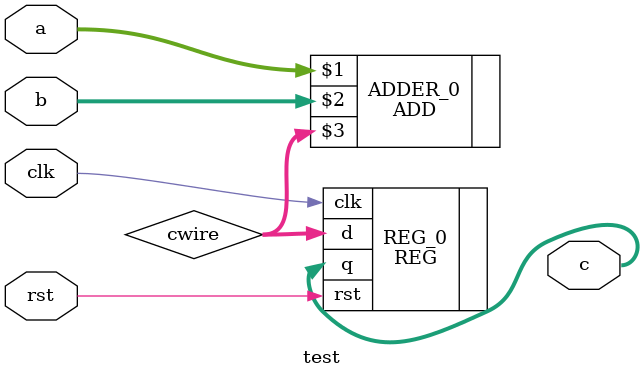
<source format=v>
module test(
	input clk,
	input rst,
	input [7:0] a,
	input [7:0] b,

	output [7:0] c);

wire [7:0] cwire;

ADD#(.DATAWIDTH(8)) ADDER_0({a},{b},{cwire});
REG#(.DATAWIDTH(8)) REG_0(.d({cwire}),.clk(clk),.rst(rst),.q({c}));

endmodule
</source>
